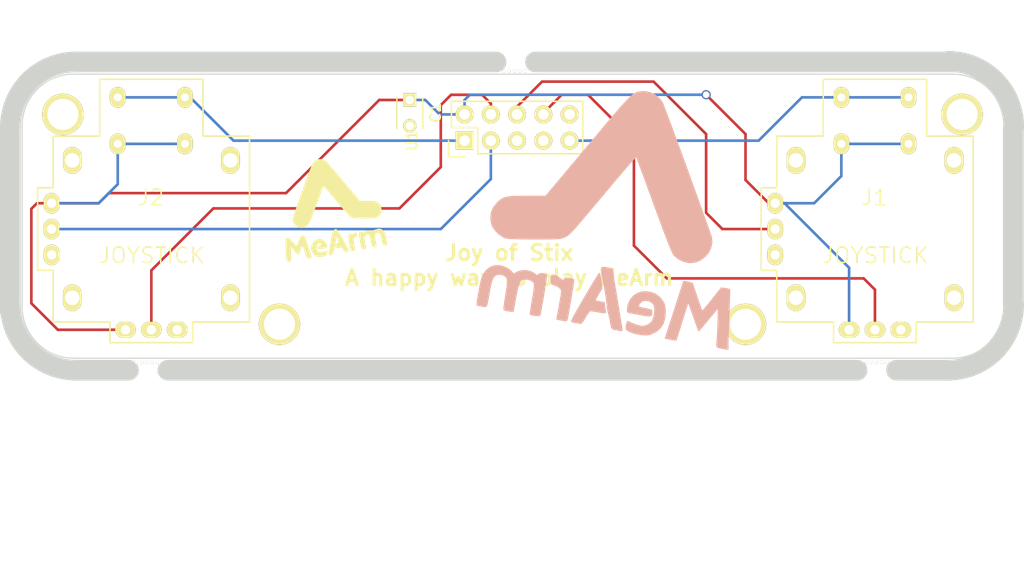
<source format=kicad_pcb>
(kicad_pcb (version 4) (host pcbnew "(2015-01-16 BZR 5376)-product")

  (general
    (links 22)
    (no_connects 5)
    (area 86.36 82.042 188.468001 135.200001)
    (thickness 1.6)
    (drawings 24)
    (tracks 75)
    (zones 0)
    (modules 25)
    (nets 11)
  )

  (page A4)
  (layers
    (0 F.Cu signal)
    (31 B.Cu signal)
    (32 B.Adhes user)
    (33 F.Adhes user)
    (34 B.Paste user)
    (35 F.Paste user)
    (36 B.SilkS user)
    (37 F.SilkS user)
    (38 B.Mask user)
    (39 F.Mask user)
    (40 Dwgs.User user)
    (41 Cmts.User user)
    (42 Eco1.User user)
    (43 Eco2.User user)
    (44 Edge.Cuts user)
    (45 Margin user)
    (46 B.CrtYd user)
    (47 F.CrtYd user)
    (48 B.Fab user)
    (49 F.Fab user)
  )

  (setup
    (last_trace_width 2)
    (user_trace_width 2)
    (trace_clearance 0.254)
    (zone_clearance 0.508)
    (zone_45_only no)
    (trace_min 0.254)
    (segment_width 0.2)
    (edge_width 2)
    (via_size 0.889)
    (via_drill 0.635)
    (via_min_size 0.889)
    (via_min_drill 0.508)
    (uvia_size 0.508)
    (uvia_drill 0.127)
    (uvias_allowed no)
    (uvia_min_size 0.508)
    (uvia_min_drill 0.127)
    (pcb_text_width 0.3)
    (pcb_text_size 1.5 1.5)
    (mod_edge_width 0.15)
    (mod_text_size 1 1)
    (mod_text_width 0.15)
    (pad_size 1.524 2)
    (pad_drill 0.762)
    (pad_to_mask_clearance 0)
    (aux_axis_origin 0 0)
    (visible_elements 7FFFFFFF)
    (pcbplotparams
      (layerselection 0x010f0_80000001)
      (usegerberextensions true)
      (excludeedgelayer true)
      (linewidth 0.100000)
      (plotframeref false)
      (viasonmask false)
      (mode 1)
      (useauxorigin false)
      (hpglpennumber 1)
      (hpglpenspeed 20)
      (hpglpendiameter 15)
      (hpglpenoverlay 2)
      (psnegative false)
      (psa4output false)
      (plotreference true)
      (plotvalue true)
      (plotinvisibletext false)
      (padsonsilk false)
      (subtractmaskfromsilk true)
      (outputformat 1)
      (mirror false)
      (drillshape 0)
      (scaleselection 1)
      (outputdirectory ""))
  )

  (net 0 "")
  (net 1 VCC)
  (net 2 GND)
  (net 3 A2)
  (net 4 A3)
  (net 5 S2)
  (net 6 A0)
  (net 7 A1)
  (net 8 S1)
  (net 9 "Net-(U1-Pad5)")
  (net 10 "Net-(U1-Pad7)")

  (net_class Default "This is the default net class."
    (clearance 0.254)
    (trace_width 0.254)
    (via_dia 0.889)
    (via_drill 0.635)
    (uvia_dia 0.508)
    (uvia_drill 0.127)
    (add_net A0)
    (add_net A1)
    (add_net A2)
    (add_net A3)
    (add_net GND)
    (add_net "Net-(U1-Pad5)")
    (add_net "Net-(U1-Pad7)")
    (add_net S1)
    (add_net S2)
    (add_net VCC)
  )

  (module brains:TinyDrillHole (layer F.Cu) (tedit 5579B018) (tstamp 55893BCF)
    (at 169.164 112.903)
    (fp_text reference "" (at 0 0) (layer F.SilkS)
      (effects (font (size 1 1) (thickness 0.15)))
    )
    (fp_text value "" (at 0 0 90) (layer F.SilkS)
      (effects (font (size 1 1) (thickness 0.15)))
    )
    (pad 2 thru_hole circle (at 0 0) (size 0.3 0.3) (drill 0.3) (layers *.Cu *.Mask F.SilkS))
  )

  (module brains:TinyDrillHole (layer F.Cu) (tedit 5579B018) (tstamp 55893BCB)
    (at 169.672 112.903)
    (fp_text reference "" (at 0 0) (layer F.SilkS)
      (effects (font (size 1 1) (thickness 0.15)))
    )
    (fp_text value "" (at 0 0 90) (layer F.SilkS)
      (effects (font (size 1 1) (thickness 0.15)))
    )
    (pad 2 thru_hole circle (at 0 0) (size 0.3 0.3) (drill 0.3) (layers *.Cu *.Mask F.SilkS))
  )

  (module brains:TinyDrillHole (layer F.Cu) (tedit 5579B018) (tstamp 55893BC7)
    (at 170.688 112.903)
    (fp_text reference "" (at 0 0) (layer F.SilkS)
      (effects (font (size 1 1) (thickness 0.15)))
    )
    (fp_text value "" (at 0 0 90) (layer F.SilkS)
      (effects (font (size 1 1) (thickness 0.15)))
    )
    (pad 2 thru_hole circle (at 0 0) (size 0.3 0.3) (drill 0.3) (layers *.Cu *.Mask F.SilkS))
  )

  (module brains:TinyDrillHole (layer F.Cu) (tedit 5579B018) (tstamp 55893BC3)
    (at 170.18 112.903)
    (fp_text reference "" (at 0 0) (layer F.SilkS)
      (effects (font (size 1 1) (thickness 0.15)))
    )
    (fp_text value "" (at 0 0 90) (layer F.SilkS)
      (effects (font (size 1 1) (thickness 0.15)))
    )
    (pad 2 thru_hole circle (at 0 0) (size 0.3 0.3) (drill 0.3) (layers *.Cu *.Mask F.SilkS))
  )

  (module brains:TinyDrillHole (layer F.Cu) (tedit 5579B018) (tstamp 55893BBF)
    (at 171.196 112.903)
    (fp_text reference "" (at 0 0) (layer F.SilkS)
      (effects (font (size 1 1) (thickness 0.15)))
    )
    (fp_text value "" (at 0 0 90) (layer F.SilkS)
      (effects (font (size 1 1) (thickness 0.15)))
    )
    (pad 2 thru_hole circle (at 0 0) (size 0.3 0.3) (drill 0.3) (layers *.Cu *.Mask F.SilkS))
  )

  (module brains:TinyDrillHole (layer F.Cu) (tedit 5579B018) (tstamp 55893BBB)
    (at 134.112 84.709)
    (fp_text reference "" (at 0 0) (layer F.SilkS)
      (effects (font (size 1 1) (thickness 0.15)))
    )
    (fp_text value "" (at 0 0 90) (layer F.SilkS)
      (effects (font (size 1 1) (thickness 0.15)))
    )
    (pad 2 thru_hole circle (at 0 0) (size 0.3 0.3) (drill 0.3) (layers *.Cu *.Mask F.SilkS))
  )

  (module brains:TinyDrillHole (layer F.Cu) (tedit 5579B018) (tstamp 55893BB7)
    (at 134.62 84.709)
    (fp_text reference "" (at 0 0) (layer F.SilkS)
      (effects (font (size 1 1) (thickness 0.15)))
    )
    (fp_text value "" (at 0 0 90) (layer F.SilkS)
      (effects (font (size 1 1) (thickness 0.15)))
    )
    (pad 2 thru_hole circle (at 0 0) (size 0.3 0.3) (drill 0.3) (layers *.Cu *.Mask F.SilkS))
  )

  (module brains:TinyDrillHole (layer F.Cu) (tedit 5579B018) (tstamp 55893BB3)
    (at 135.636 84.709)
    (fp_text reference "" (at 0 0) (layer F.SilkS)
      (effects (font (size 1 1) (thickness 0.15)))
    )
    (fp_text value "" (at 0 0 90) (layer F.SilkS)
      (effects (font (size 1 1) (thickness 0.15)))
    )
    (pad 2 thru_hole circle (at 0 0) (size 0.3 0.3) (drill 0.3) (layers *.Cu *.Mask F.SilkS))
  )

  (module brains:TinyDrillHole (layer F.Cu) (tedit 5579B018) (tstamp 55893BAF)
    (at 135.128 84.709)
    (fp_text reference "" (at 0 0) (layer F.SilkS)
      (effects (font (size 1 1) (thickness 0.15)))
    )
    (fp_text value "" (at 0 0 90) (layer F.SilkS)
      (effects (font (size 1 1) (thickness 0.15)))
    )
    (pad 2 thru_hole circle (at 0 0) (size 0.3 0.3) (drill 0.3) (layers *.Cu *.Mask F.SilkS))
  )

  (module brains:TinyDrillHole (layer F.Cu) (tedit 5579B018) (tstamp 55893BAB)
    (at 136.144 84.709)
    (fp_text reference "" (at 0 0) (layer F.SilkS)
      (effects (font (size 1 1) (thickness 0.15)))
    )
    (fp_text value "" (at 0 0 90) (layer F.SilkS)
      (effects (font (size 1 1) (thickness 0.15)))
    )
    (pad 2 thru_hole circle (at 0 0) (size 0.3 0.3) (drill 0.3) (layers *.Cu *.Mask F.SilkS))
  )

  (module brains:TinyDrillHole (layer F.Cu) (tedit 5579B018) (tstamp 55893BA7)
    (at 100.584 112.903)
    (fp_text reference "" (at 0 0) (layer F.SilkS)
      (effects (font (size 1 1) (thickness 0.15)))
    )
    (fp_text value "" (at 0 0 90) (layer F.SilkS)
      (effects (font (size 1 1) (thickness 0.15)))
    )
    (pad 2 thru_hole circle (at 0 0) (size 0.3 0.3) (drill 0.3) (layers *.Cu *.Mask F.SilkS))
  )

  (module brains:TinyDrillHole (layer F.Cu) (tedit 5579B018) (tstamp 55893BA3)
    (at 99.568 112.903)
    (fp_text reference "" (at 0 0) (layer F.SilkS)
      (effects (font (size 1 1) (thickness 0.15)))
    )
    (fp_text value "" (at 0 0 90) (layer F.SilkS)
      (effects (font (size 1 1) (thickness 0.15)))
    )
    (pad 2 thru_hole circle (at 0 0) (size 0.3 0.3) (drill 0.3) (layers *.Cu *.Mask F.SilkS))
  )

  (module brains:TinyDrillHole (layer F.Cu) (tedit 5579B018) (tstamp 55893B9F)
    (at 100.076 112.903)
    (fp_text reference "" (at 0 0) (layer F.SilkS)
      (effects (font (size 1 1) (thickness 0.15)))
    )
    (fp_text value "" (at 0 0 90) (layer F.SilkS)
      (effects (font (size 1 1) (thickness 0.15)))
    )
    (pad 2 thru_hole circle (at 0 0) (size 0.3 0.3) (drill 0.3) (layers *.Cu *.Mask F.SilkS))
  )

  (module brains:TinyDrillHole (layer F.Cu) (tedit 5579B018) (tstamp 55893B9B)
    (at 99.06 112.903)
    (fp_text reference "" (at 0 0) (layer F.SilkS)
      (effects (font (size 1 1) (thickness 0.15)))
    )
    (fp_text value "" (at 0 0 90) (layer F.SilkS)
      (effects (font (size 1 1) (thickness 0.15)))
    )
    (pad 2 thru_hole circle (at 0 0) (size 0.3 0.3) (drill 0.3) (layers *.Cu *.Mask F.SilkS))
  )

  (module Brains:JOYSTICKS (layer F.Cu) (tedit 5584321E) (tstamp 55140B3E)
    (at 170 100)
    (path /5513FB2B)
    (fp_text reference J1 (at -0.05 -3.05) (layer F.SilkS)
      (effects (font (size 1.5 1.5) (thickness 0.15)))
    )
    (fp_text value JOYSTICK (at 0.05 2.55) (layer F.SilkS)
      (effects (font (size 1.5 1.5) (thickness 0.15)))
    )
    (fp_line (start -11 4) (end -9.5 4) (layer F.SilkS) (width 0.15))
    (fp_line (start -9.5 4) (end -9.5 8.5) (layer F.SilkS) (width 0.15))
    (fp_line (start -9.5 8.5) (end -9.5 9) (layer F.SilkS) (width 0.15))
    (fp_line (start -9.5 9) (end -4 9) (layer F.SilkS) (width 0.15))
    (fp_line (start -4 9) (end -4 11) (layer F.SilkS) (width 0.15))
    (fp_line (start -4 11) (end 4 11) (layer F.SilkS) (width 0.15))
    (fp_line (start 4 11) (end 4 9) (layer F.SilkS) (width 0.15))
    (fp_line (start 4 9) (end 9.5 9) (layer F.SilkS) (width 0.15))
    (fp_line (start 9.5 9) (end 9.5 -8.5) (layer F.SilkS) (width 0.15))
    (fp_line (start 9.5 -8.5) (end 9.5 -9) (layer F.SilkS) (width 0.15))
    (fp_line (start 9.5 -9) (end 5 -9) (layer F.SilkS) (width 0.15))
    (fp_line (start 5 -9) (end 5 -14.5) (layer F.SilkS) (width 0.15))
    (fp_line (start 5 -14.5) (end -5 -14.5) (layer F.SilkS) (width 0.15))
    (fp_line (start -5 -14.5) (end -5 -9) (layer F.SilkS) (width 0.15))
    (fp_line (start -5 -9) (end -9.5 -9) (layer F.SilkS) (width 0.15))
    (fp_line (start -9.5 -9) (end -9.5 -4) (layer F.SilkS) (width 0.15))
    (fp_line (start -9.5 -4) (end -11 -4) (layer F.SilkS) (width 0.15))
    (fp_line (start -11 -4) (end -11 4) (layer F.SilkS) (width 0.15))
    (pad "" thru_hole oval (at -7.65 -6.65) (size 1.8 2.6) (drill 1.4) (layers *.Cu *.Mask F.SilkS))
    (pad "" thru_hole oval (at 7.65 -6.65) (size 1.8 2.6) (drill 1.4) (layers *.Cu *.Mask F.SilkS))
    (pad "" thru_hole oval (at 7.65 6.65) (size 1.8 2.6) (drill 1.4) (layers *.Cu *.Mask F.SilkS))
    (pad "" thru_hole oval (at -7.65 6.65) (size 1.8 2.6) (drill 1.4) (layers *.Cu *.Mask F.SilkS))
    (pad 4 thru_hole oval (at -9.65 0) (size 1.524 2) (drill 0.9) (layers *.Cu *.Mask F.SilkS)
      (net 3 A2))
    (pad 3 thru_hole oval (at -9.65 -2.5) (size 1.524 2) (drill 0.9) (layers *.Cu *.Mask F.SilkS)
      (net 1 VCC))
    (pad 5 thru_hole oval (at -9.65 2.5) (size 1.524 2) (drill 0.9) (layers *.Cu *.Mask F.SilkS)
      (net 2 GND))
    (pad 7 thru_hole oval (at 0 9.75) (size 2 1.54) (drill 0.9) (layers *.Cu *.Mask F.SilkS)
      (net 4 A3))
    (pad 6 thru_hole oval (at -2.5 9.75) (size 2 1.54) (drill 0.9) (layers *.Cu *.Mask F.SilkS)
      (net 1 VCC))
    (pad 8 thru_hole oval (at 2.5 9.75) (size 2 1.54) (drill 0.9) (layers *.Cu *.Mask F.SilkS)
      (net 2 GND))
    (pad 2 thru_hole oval (at -3.25 -8.25) (size 1.524 2) (drill 0.762) (layers *.Cu *.Mask F.SilkS)
      (net 1 VCC))
    (pad 2 thru_hole oval (at 3.25 -8.25) (size 1.524 2) (drill 0.762) (layers *.Cu *.Mask F.SilkS)
      (net 1 VCC))
    (pad 1 thru_hole oval (at 3.25 -12.75) (size 1.524 2) (drill 0.762) (layers *.Cu *.Mask F.SilkS)
      (net 5 S2))
    (pad 1 thru_hole oval (at -3.25 -12.75) (size 1.524 2) (drill 0.762) (layers *.Cu *.Mask F.SilkS)
      (net 5 S2))
  )

  (module Brains:JOYSTICKS (layer F.Cu) (tedit 558431DE) (tstamp 55140B50)
    (at 100 100)
    (path /5513FA9E)
    (fp_text reference J2 (at -0.05 -3.05) (layer F.SilkS)
      (effects (font (size 1.5 1.5) (thickness 0.15)))
    )
    (fp_text value JOYSTICK (at 0.05 2.55) (layer F.SilkS)
      (effects (font (size 1.5 1.5) (thickness 0.15)))
    )
    (fp_line (start -11 4) (end -9.5 4) (layer F.SilkS) (width 0.15))
    (fp_line (start -9.5 4) (end -9.5 8.5) (layer F.SilkS) (width 0.15))
    (fp_line (start -9.5 8.5) (end -9.5 9) (layer F.SilkS) (width 0.15))
    (fp_line (start -9.5 9) (end -4 9) (layer F.SilkS) (width 0.15))
    (fp_line (start -4 9) (end -4 11) (layer F.SilkS) (width 0.15))
    (fp_line (start -4 11) (end 4 11) (layer F.SilkS) (width 0.15))
    (fp_line (start 4 11) (end 4 9) (layer F.SilkS) (width 0.15))
    (fp_line (start 4 9) (end 9.5 9) (layer F.SilkS) (width 0.15))
    (fp_line (start 9.5 9) (end 9.5 -8.5) (layer F.SilkS) (width 0.15))
    (fp_line (start 9.5 -8.5) (end 9.5 -9) (layer F.SilkS) (width 0.15))
    (fp_line (start 9.5 -9) (end 5 -9) (layer F.SilkS) (width 0.15))
    (fp_line (start 5 -9) (end 5 -14.5) (layer F.SilkS) (width 0.15))
    (fp_line (start 5 -14.5) (end -5 -14.5) (layer F.SilkS) (width 0.15))
    (fp_line (start -5 -14.5) (end -5 -9) (layer F.SilkS) (width 0.15))
    (fp_line (start -5 -9) (end -9.5 -9) (layer F.SilkS) (width 0.15))
    (fp_line (start -9.5 -9) (end -9.5 -4) (layer F.SilkS) (width 0.15))
    (fp_line (start -9.5 -4) (end -11 -4) (layer F.SilkS) (width 0.15))
    (fp_line (start -11 -4) (end -11 4) (layer F.SilkS) (width 0.15))
    (pad "" thru_hole oval (at -7.65 -6.65) (size 1.8 2.6) (drill 1.4) (layers *.Cu *.Mask F.SilkS))
    (pad "" thru_hole oval (at 7.65 -6.65) (size 1.8 2.6) (drill 1.4) (layers *.Cu *.Mask F.SilkS))
    (pad "" thru_hole oval (at 7.65 6.65) (size 1.8 2.6) (drill 1.4) (layers *.Cu *.Mask F.SilkS))
    (pad "" thru_hole oval (at -7.65 6.65) (size 1.8 2.6) (drill 1.4) (layers *.Cu *.Mask F.SilkS))
    (pad 4 thru_hole oval (at -9.65 0) (size 1.524 2) (drill 0.9) (layers *.Cu *.Mask F.SilkS)
      (net 6 A0))
    (pad 3 thru_hole oval (at -9.65 -2.5) (size 1.524 2) (drill 0.9) (layers *.Cu *.Mask F.SilkS)
      (net 1 VCC))
    (pad 5 thru_hole oval (at -9.65 2.5) (size 1.524 2) (drill 0.9) (layers *.Cu *.Mask F.SilkS)
      (net 2 GND))
    (pad 7 thru_hole oval (at 0 9.75) (size 2 1.54) (drill 0.9) (layers *.Cu *.Mask F.SilkS)
      (net 7 A1))
    (pad 6 thru_hole oval (at -2.5 9.75) (size 2 1.54) (drill 0.9) (layers *.Cu *.Mask F.SilkS)
      (net 1 VCC))
    (pad 8 thru_hole oval (at 2.5 9.75) (size 2 1.54) (drill 0.9) (layers *.Cu *.Mask F.SilkS)
      (net 2 GND))
    (pad 2 thru_hole oval (at -3.25 -8.25) (size 1.524 2) (drill 0.762) (layers *.Cu *.Mask F.SilkS)
      (net 1 VCC))
    (pad 2 thru_hole oval (at 3.25 -8.25) (size 1.524 2) (drill 0.762) (layers *.Cu *.Mask F.SilkS)
      (net 1 VCC))
    (pad 1 thru_hole oval (at 3.25 -12.75) (size 1.524 2) (drill 0.762) (layers *.Cu *.Mask F.SilkS)
      (net 8 S1))
    (pad 1 thru_hole oval (at -3.25 -12.75) (size 1.524 2) (drill 0.762) (layers *.Cu *.Mask F.SilkS)
      (net 8 S1))
  )

  (module Mounting_Hole (layer F.Cu) (tedit 55141652) (tstamp 55141662)
    (at 91.44 88.9)
    (fp_text reference "" (at 0 -5) (layer F.SilkS)
      (effects (font (size 1 1) (thickness 0.15)))
    )
    (fp_text value "" (at 0 5) (layer F.SilkS)
      (effects (font (size 1 1) (thickness 0.15)))
    )
    (pad "" thru_hole circle (at 0 0) (size 4 4) (drill 3) (layers *.Cu *.Mask F.SilkS))
  )

  (module Mounting_Hole (layer F.Cu) (tedit 55141652) (tstamp 5514165E)
    (at 157.48 109.22)
    (fp_text reference "" (at 0 -5) (layer F.SilkS)
      (effects (font (size 1 1) (thickness 0.15)))
    )
    (fp_text value "" (at 0 5) (layer F.SilkS)
      (effects (font (size 1 1) (thickness 0.15)))
    )
    (pad "" thru_hole circle (at 0 0) (size 4 4) (drill 3) (layers *.Cu *.Mask F.SilkS))
  )

  (module Mounting_Hole (layer F.Cu) (tedit 55141652) (tstamp 5514165A)
    (at 178.435 88.9)
    (fp_text reference "" (at 0 -5) (layer F.SilkS)
      (effects (font (size 1 1) (thickness 0.15)))
    )
    (fp_text value "" (at 0 5) (layer F.SilkS)
      (effects (font (size 1 1) (thickness 0.15)))
    )
    (pad "" thru_hole circle (at 0 0) (size 4 4) (drill 3) (layers *.Cu *.Mask F.SilkS))
  )

  (module Mounting_Hole (layer F.Cu) (tedit 55141652) (tstamp 55141600)
    (at 112.395 109.22)
    (fp_text reference "" (at 0 -5) (layer F.SilkS)
      (effects (font (size 1 1) (thickness 0.15)))
    )
    (fp_text value "" (at 0 5) (layer F.SilkS)
      (effects (font (size 1 1) (thickness 0.15)))
    )
    (pad "" thru_hole circle (at 0 0) (size 4 4) (drill 3) (layers *.Cu *.Mask F.SilkS))
  )

  (module Capacitors_ThroughHole:C_Disc_D3_P2.5 (layer F.Cu) (tedit 55140B16) (tstamp 55140B2C)
    (at 125 87.5 270)
    (descr "Capacitor 3mm Disc, Pitch 2.5mm")
    (tags Capacitor)
    (path /5513FB6A)
    (fp_text reference C1 (at 1.25 -2.5 270) (layer F.SilkS)
      (effects (font (size 1 1) (thickness 0.15)))
    )
    (fp_text value C (at 1.25 2.5 270) (layer F.Fab)
      (effects (font (size 1 1) (thickness 0.15)))
    )
    (fp_line (start -0.9 -1.5) (end 3.4 -1.5) (layer F.CrtYd) (width 0.05))
    (fp_line (start 3.4 -1.5) (end 3.4 1.5) (layer F.CrtYd) (width 0.05))
    (fp_line (start 3.4 1.5) (end -0.9 1.5) (layer F.CrtYd) (width 0.05))
    (fp_line (start -0.9 1.5) (end -0.9 -1.5) (layer F.CrtYd) (width 0.05))
    (fp_line (start -0.25 -1.25) (end 2.75 -1.25) (layer F.SilkS) (width 0.15))
    (fp_line (start 2.75 1.25) (end -0.25 1.25) (layer F.SilkS) (width 0.15))
    (pad 1 thru_hole rect (at 0 0 270) (size 1.3 1.3) (drill 0.8) (layers *.Cu *.Mask F.SilkS)
      (net 1 VCC))
    (pad 2 thru_hole circle (at 2.5 0 270) (size 1.3 1.3) (drill 0.8001) (layers *.Cu *.Mask F.SilkS)
      (net 2 GND))
    (model Capacitors_ThroughHole.3dshapes/C_Disc_D3_P2.5.wrl
      (at (xyz 0.0492126 0 0))
      (scale (xyz 1 1 1))
      (rotate (xyz 0 0 0))
    )
  )

  (module Pin_Headers:Pin_Header_Straight_2x05 (layer F.Cu) (tedit 55140B43) (tstamp 55140B86)
    (at 130.302 91.44 90)
    (descr "Through hole pin header")
    (tags "pin header")
    (path /5513F1F6)
    (fp_text reference U1 (at 0 -5.1 90) (layer F.SilkS)
      (effects (font (size 1 1) (thickness 0.15)))
    )
    (fp_text value JoyConnectISP (at 0 -3.1 90) (layer F.Fab)
      (effects (font (size 1 1) (thickness 0.15)))
    )
    (fp_line (start -1.75 -1.75) (end -1.75 11.95) (layer F.CrtYd) (width 0.05))
    (fp_line (start 4.3 -1.75) (end 4.3 11.95) (layer F.CrtYd) (width 0.05))
    (fp_line (start -1.75 -1.75) (end 4.3 -1.75) (layer F.CrtYd) (width 0.05))
    (fp_line (start -1.75 11.95) (end 4.3 11.95) (layer F.CrtYd) (width 0.05))
    (fp_line (start 3.81 -1.27) (end 3.81 11.43) (layer F.SilkS) (width 0.15))
    (fp_line (start 3.81 11.43) (end -1.27 11.43) (layer F.SilkS) (width 0.15))
    (fp_line (start -1.27 11.43) (end -1.27 1.27) (layer F.SilkS) (width 0.15))
    (fp_line (start 3.81 -1.27) (end 1.27 -1.27) (layer F.SilkS) (width 0.15))
    (fp_line (start 0 -1.55) (end -1.55 -1.55) (layer F.SilkS) (width 0.15))
    (fp_line (start 1.27 -1.27) (end 1.27 1.27) (layer F.SilkS) (width 0.15))
    (fp_line (start 1.27 1.27) (end -1.27 1.27) (layer F.SilkS) (width 0.15))
    (fp_line (start -1.55 -1.55) (end -1.55 0) (layer F.SilkS) (width 0.15))
    (pad 1 thru_hole rect (at 0 0 90) (size 1.7272 1.7272) (drill 1.016) (layers *.Cu *.Mask F.SilkS)
      (net 8 S1))
    (pad 2 thru_hole oval (at 2.54 0 90) (size 1.7272 1.7272) (drill 1.016) (layers *.Cu *.Mask F.SilkS)
      (net 1 VCC))
    (pad 3 thru_hole oval (at 0 2.54 90) (size 1.7272 1.7272) (drill 1.016) (layers *.Cu *.Mask F.SilkS)
      (net 6 A0))
    (pad 4 thru_hole oval (at 2.54 2.54 90) (size 1.7272 1.7272) (drill 1.016) (layers *.Cu *.Mask F.SilkS)
      (net 7 A1))
    (pad 5 thru_hole oval (at 0 5.08 90) (size 1.7272 1.7272) (drill 1.016) (layers *.Cu *.Mask F.SilkS)
      (net 9 "Net-(U1-Pad5)"))
    (pad 6 thru_hole oval (at 2.54 5.08 90) (size 1.7272 1.7272) (drill 1.016) (layers *.Cu *.Mask F.SilkS)
      (net 3 A2))
    (pad 7 thru_hole oval (at 0 7.62 90) (size 1.7272 1.7272) (drill 1.016) (layers *.Cu *.Mask F.SilkS)
      (net 10 "Net-(U1-Pad7)"))
    (pad 8 thru_hole oval (at 2.54 7.62 90) (size 1.7272 1.7272) (drill 1.016) (layers *.Cu *.Mask F.SilkS)
      (net 4 A3))
    (pad 9 thru_hole oval (at 0 10.16 90) (size 1.7272 1.7272) (drill 1.016) (layers *.Cu *.Mask F.SilkS)
      (net 5 S2))
    (pad 10 thru_hole oval (at 2.54 10.16 90) (size 1.7272 1.7272) (drill 1.016) (layers *.Cu *.Mask F.SilkS)
      (net 2 GND))
    (model Pin_Headers.3dshapes/Pin_Header_Straight_2x05.wrl
      (at (xyz 0.05 -0.2 0))
      (scale (xyz 1 1 1))
      (rotate (xyz 0 0 90))
    )
  )

  (module brains:TinyDrillHole (layer F.Cu) (tedit 5579B018) (tstamp 55893B48)
    (at 98.552 112.903)
    (fp_text reference "" (at 0 0) (layer F.SilkS)
      (effects (font (size 1 1) (thickness 0.15)))
    )
    (fp_text value "" (at 0 0 90) (layer F.SilkS)
      (effects (font (size 1 1) (thickness 0.15)))
    )
    (pad 2 thru_hole circle (at 0 0) (size 0.3 0.3) (drill 0.3) (layers *.Cu *.Mask F.SilkS))
  )

  (module brains:MeArmLogo25mm (layer B.Cu) (tedit 55796BDC) (tstamp 55893D7F)
    (at 143.764 99.187 180)
    (fp_text reference G*** (at 0 0 180) (layer B.SilkS) hide
      (effects (font (thickness 0.3)) (justify mirror))
    )
    (fp_text value LOGO (at 0.75 0 180) (layer B.SilkS) hide
      (effects (font (thickness 0.3)) (justify mirror))
    )
    (fp_poly (pts (xy -5.957532 -11.387667) (xy -6.471266 -11.485801) (xy -6.741349 -11.535023) (xy -6.932376 -11.56534)
      (xy -6.99835 -11.570468) (xy -7.026289 -11.489431) (xy -7.097235 -11.269743) (xy -7.203881 -10.934439)
      (xy -7.338917 -10.506554) (xy -7.495034 -10.00912) (xy -7.58023 -9.736667) (xy -7.744714 -9.211848)
      (xy -7.892397 -8.744121) (xy -8.015856 -8.356709) (xy -8.107669 -8.072836) (xy -8.160412 -7.915725)
      (xy -8.169845 -7.891925) (xy -8.202954 -7.959552) (xy -8.281817 -8.162284) (xy -8.397176 -8.475076)
      (xy -8.539772 -8.872885) (xy -8.678473 -9.267758) (xy -8.83781 -9.721181) (xy -8.978428 -10.113388)
      (xy -9.090907 -10.418747) (xy -9.165828 -10.611628) (xy -9.19303 -10.668) (xy -9.252897 -10.605972)
      (xy -9.401676 -10.434184) (xy -9.62123 -10.174076) (xy -9.893419 -9.847091) (xy -10.124092 -9.567334)
      (xy -10.425219 -9.203631) (xy -10.688946 -8.89062) (xy -10.896794 -8.649791) (xy -11.030282 -8.502635)
      (xy -11.070567 -8.466667) (xy -11.081251 -8.54617) (xy -11.083699 -8.76454) (xy -11.078996 -9.091565)
      (xy -11.068228 -9.497036) (xy -11.052479 -9.950743) (xy -11.032835 -10.422474) (xy -11.010382 -10.882021)
      (xy -10.986204 -11.299172) (xy -10.961388 -11.643717) (xy -10.953011 -11.738811) (xy -10.928408 -11.984969)
      (xy -10.929682 -12.144067) (xy -10.98545 -12.241649) (xy -11.124328 -12.303258) (xy -11.374932 -12.354437)
      (xy -11.705166 -12.410194) (xy -12.022666 -12.464845) (xy -12.022216 -11.926256) (xy -12.025519 -11.697605)
      (xy -12.035059 -11.328299) (xy -12.049908 -10.846864) (xy -12.069139 -10.281826) (xy -12.091823 -9.661712)
      (xy -12.116293 -9.033465) (xy -12.139814 -8.420461) (xy -12.159034 -7.865011) (xy -12.173368 -7.388908)
      (xy -12.182229 -7.013944) (xy -12.185033 -6.761914) (xy -12.181193 -6.65461) (xy -12.180243 -6.652481)
      (xy -12.085651 -6.625564) (xy -11.880561 -6.587795) (xy -11.755701 -6.568557) (xy -11.361736 -6.511418)
      (xy -10.454609 -7.662561) (xy -10.15766 -8.035059) (xy -9.897436 -8.353273) (xy -9.691425 -8.596484)
      (xy -9.557116 -8.743969) (xy -9.512544 -8.778766) (xy -9.475451 -8.690733) (xy -9.394871 -8.469125)
      (xy -9.280352 -8.141182) (xy -9.141443 -7.734142) (xy -9.028801 -7.398747) (xy -8.579998 -6.053667)
      (xy -8.168064 -5.950324) (xy -7.929974 -5.894662) (xy -7.773733 -5.865865) (xy -7.740681 -5.865657)
      (xy -7.712094 -5.947721) (xy -7.637887 -6.172396) (xy -7.524112 -6.521037) (xy -7.376822 -6.974998)
      (xy -7.20207 -7.515634) (xy -7.005907 -8.124299) (xy -6.841381 -8.636) (xy -5.957532 -11.387667)
      (xy -5.957532 -11.387667)) (layer B.SilkS) (width 0.1))
    (fp_poly (pts (xy -2.16521 -10.367798) (xy -2.186054 -10.516404) (xy -2.198995 -10.538183) (xy -2.412445 -10.697785)
      (xy -2.748012 -10.840589) (xy -3.158619 -10.956735) (xy -3.597193 -11.036362) (xy -4.016658 -11.06961)
      (xy -4.369939 -11.046619) (xy -4.487881 -11.017615) (xy -5.043849 -10.761964) (xy -5.466563 -10.403848)
      (xy -5.758111 -9.940247) (xy -5.92058 -9.368142) (xy -5.958774 -8.89) (xy -5.949827 -8.499578)
      (xy -5.904503 -8.212719) (xy -5.811182 -7.965473) (xy -5.779522 -7.903356) (xy -5.447418 -7.447706)
      (xy -5.012262 -7.116318) (xy -4.497928 -6.921372) (xy -3.928292 -6.875045) (xy -3.787395 -6.887228)
      (xy -3.278882 -7.025646) (xy -2.859343 -7.299738) (xy -2.544848 -7.692342) (xy -2.351463 -8.186298)
      (xy -2.304748 -8.470675) (xy -2.286598 -8.715833) (xy -2.311672 -8.842192) (xy -2.406682 -8.89948)
      (xy -2.550947 -8.928987) (xy -2.756467 -8.965553) (xy -3.076944 -9.022802) (xy -3.460671 -9.091491)
      (xy -3.699736 -9.134347) (xy -4.110051 -9.204807) (xy -4.382297 -9.235089) (xy -4.544777 -9.216557)
      (xy -4.625791 -9.140574) (xy -4.653642 -8.998505) (xy -4.656666 -8.842355) (xy -4.653608 -8.747539)
      (xy -4.624618 -8.681027) (xy -4.539978 -8.629828) (xy -4.36997 -8.580947) (xy -4.084873 -8.521392)
      (xy -3.793428 -8.464951) (xy -3.499904 -8.391064) (xy -3.36598 -8.297311) (xy -3.382037 -8.157601)
      (xy -3.538456 -7.94584) (xy -3.583375 -7.895167) (xy -3.822792 -7.741394) (xy -4.114986 -7.709578)
      (xy -4.416289 -7.78249) (xy -4.683037 -7.9429) (xy -4.871562 -8.173578) (xy -4.938327 -8.42979)
      (xy -4.918771 -8.906242) (xy -4.846929 -9.329769) (xy -4.73222 -9.657501) (xy -4.636958 -9.801202)
      (xy -4.331468 -10.060481) (xy -3.997672 -10.199744) (xy -3.615445 -10.218599) (xy -3.164658 -10.116652)
      (xy -2.625184 -9.893511) (xy -2.354238 -9.756679) (xy -2.288749 -9.79805) (xy -2.227873 -9.951665)
      (xy -2.182922 -10.160566) (xy -2.16521 -10.367798) (xy -2.16521 -10.367798)) (layer B.SilkS) (width 0.1))
    (fp_poly (pts (xy 0.218379 -4.667589) (xy 0.210183 -4.83054) (xy 0.176421 -5.08361) (xy 0.114536 -5.447557)
      (xy 0.021972 -5.943133) (xy -0.05476 -6.340048) (xy -0.140286 -6.811495) (xy -0.216292 -7.289655)
      (xy -0.273773 -7.714297) (xy -0.301547 -7.991048) (xy -0.341218 -8.362831) (xy -0.401989 -8.728387)
      (xy -0.461332 -8.974667) (xy -0.548316 -9.296453) (xy -0.61863 -9.622183) (xy -0.630855 -9.694334)
      (xy -0.689528 -10.059929) (xy -0.740797 -10.292162) (xy -0.802942 -10.425047) (xy -0.894238 -10.492596)
      (xy -1.032964 -10.528824) (xy -1.084358 -10.538269) (xy -1.349139 -10.589263) (xy -1.573107 -10.637218)
      (xy -1.5875 -10.640626) (xy -1.734848 -10.649454) (xy -1.780488 -10.613679) (xy -1.767643 -10.515975)
      (xy -1.730007 -10.270724) (xy -1.67072 -9.897392) (xy -1.592922 -9.415447) (xy -1.499752 -8.844355)
      (xy -1.394352 -8.203582) (xy -1.294489 -7.600615) (xy -0.806003 -4.66023) (xy -0.361886 -4.568032)
      (xy -0.096963 -4.525435) (xy 0.102653 -4.5158) (xy 0.168299 -4.529027) (xy 0.203566 -4.574003)
      (xy 0.218379 -4.667589) (xy 0.218379 -4.667589)) (layer B.SilkS) (width 0.1))
    (fp_poly (pts (xy 3.132667 -9.754981) (xy 3.057701 -9.797992) (xy 2.869045 -9.845567) (xy 2.772834 -9.86241)
      (xy 2.513734 -9.906678) (xy 2.310046 -9.948258) (xy 2.27256 -9.957772) (xy 2.174195 -9.933599)
      (xy 2.048083 -9.798591) (xy 1.879101 -9.534368) (xy 1.779796 -9.35892) (xy 1.573115 -9.015225)
      (xy 1.404263 -8.797229) (xy 1.28551 -8.720767) (xy 1.285236 -8.720767) (xy 1.1361 -8.736096)
      (xy 0.874106 -8.776455) (xy 0.55242 -8.833555) (xy 0.509052 -8.841763) (xy 0.20248 -8.895014)
      (xy -0.033049 -8.926131) (xy -0.154285 -8.929634) (xy -0.160872 -8.926684) (xy -0.168009 -8.830478)
      (xy -0.149431 -8.618467) (xy -0.11959 -8.40489) (xy -0.042333 -7.919072) (xy 0.379144 -7.849003)
      (xy 0.626166 -7.803306) (xy 0.792845 -7.763768) (xy 0.831204 -7.748351) (xy 0.805853 -7.666608)
      (xy 0.711516 -7.476132) (xy 0.566584 -7.213237) (xy 0.515213 -7.124349) (xy 0.168637 -6.530931)
      (xy 0.264553 -5.868965) (xy 0.316844 -5.541773) (xy 0.368493 -5.27454) (xy 0.409826 -5.116231)
      (xy 0.416132 -5.101705) (xy 0.465727 -5.152918) (xy 0.586209 -5.330843) (xy 0.765406 -5.614629)
      (xy 0.991145 -5.983423) (xy 1.251253 -6.416376) (xy 1.533558 -6.892636) (xy 1.825887 -7.391352)
      (xy 2.116068 -7.891672) (xy 2.391926 -8.372746) (xy 2.641291 -8.813722) (xy 2.851989 -9.193749)
      (xy 3.011848 -9.491976) (xy 3.108694 -9.687553) (xy 3.132667 -9.754981) (xy 3.132667 -9.754981)) (layer B.SilkS) (width 0.1))
    (fp_poly (pts (xy 5.08 -5.711164) (xy 5.075341 -5.976896) (xy 5.04361 -6.12018) (xy 4.95818 -6.187901)
      (xy 4.792421 -6.226944) (xy 4.78642 -6.22807) (xy 4.51371 -6.326739) (xy 4.272119 -6.493717)
      (xy 4.109492 -6.688719) (xy 4.068189 -6.832791) (xy 4.084299 -6.966251) (xy 4.125919 -7.233193)
      (xy 4.187588 -7.600623) (xy 4.263844 -8.035547) (xy 4.306351 -8.271401) (xy 4.540325 -9.557801)
      (xy 4.196329 -9.611086) (xy 3.941972 -9.654581) (xy 3.743869 -9.695418) (xy 3.713995 -9.703105)
      (xy 3.584542 -9.669292) (xy 3.530436 -9.548753) (xy 3.483856 -9.326503) (xy 3.420988 -8.993577)
      (xy 3.346543 -8.578451) (xy 3.265229 -8.109597) (xy 3.181756 -7.615492) (xy 3.100832 -7.124608)
      (xy 3.027167 -6.66542) (xy 2.96547 -6.266403) (xy 2.92045 -5.956031) (xy 2.896816 -5.762777)
      (xy 2.895886 -5.711893) (xy 3.004511 -5.667981) (xy 3.209478 -5.621389) (xy 3.446776 -5.582478)
      (xy 3.652394 -5.561611) (xy 3.762321 -5.569147) (xy 3.764987 -5.571209) (xy 3.802766 -5.684093)
      (xy 3.81 -5.780215) (xy 3.825501 -5.864715) (xy 3.892007 -5.855355) (xy 4.039522 -5.741883)
      (xy 4.115739 -5.675766) (xy 4.478666 -5.409958) (xy 4.811227 -5.268366) (xy 4.958512 -5.249334)
      (xy 5.033049 -5.297236) (xy 5.070959 -5.459992) (xy 5.08 -5.711164) (xy 5.08 -5.711164)) (layer B.SilkS) (width 0.1))
    (fp_poly (pts (xy 12.26992 -8.148294) (xy 12.266091 -8.166385) (xy 12.171735 -8.19783) (xy 11.963698 -8.244827)
      (xy 11.791759 -8.277957) (xy 11.614431 -8.31306) (xy 11.486092 -8.328833) (xy 11.394179 -8.303003)
      (xy 11.326127 -8.213297) (xy 11.269372 -8.037442) (xy 11.211349 -7.753167) (xy 11.139495 -7.338198)
      (xy 11.086268 -7.027334) (xy 10.982553 -6.462551) (xy 10.888361 -6.040352) (xy 10.794485 -5.735028)
      (xy 10.691719 -5.520869) (xy 10.57086 -5.372163) (xy 10.463779 -5.28876) (xy 10.186568 -5.192261)
      (xy 9.878792 -5.211182) (xy 9.591827 -5.326941) (xy 9.377048 -5.52096) (xy 9.293165 -5.712101)
      (xy 9.293427 -5.866771) (xy 9.320874 -6.153756) (xy 9.371255 -6.538984) (xy 9.440315 -6.988381)
      (xy 9.486324 -7.259707) (xy 9.581251 -7.835372) (xy 9.638103 -8.261679) (xy 9.656343 -8.533595)
      (xy 9.635435 -8.64609) (xy 9.634136 -8.646987) (xy 9.515523 -8.685337) (xy 9.307131 -8.72824)
      (xy 9.070962 -8.765944) (xy 8.869013 -8.788701) (xy 8.763287 -8.78676) (xy 8.760042 -8.784443)
      (xy 8.740083 -8.698061) (xy 8.696766 -8.474229) (xy 8.635563 -8.14236) (xy 8.561946 -7.731865)
      (xy 8.521809 -7.504131) (xy 8.404204 -6.88538) (xy 8.291672 -6.416532) (xy 8.176612 -6.078629)
      (xy 8.051423 -5.852716) (xy 7.908503 -5.719836) (xy 7.786415 -5.670144) (xy 7.46254 -5.656254)
      (xy 7.118477 -5.739) (xy 6.844444 -5.896606) (xy 6.84306 -5.897854) (xy 6.774102 -5.971906)
      (xy 6.728376 -6.064071) (xy 6.707074 -6.19704) (xy 6.711383 -6.393504) (xy 6.742496 -6.676157)
      (xy 6.8016 -7.06769) (xy 6.889887 -7.590794) (xy 6.949863 -7.934527) (xy 7.019322 -8.348273)
      (xy 7.072167 -8.698387) (xy 7.104055 -8.953151) (xy 7.110644 -9.080847) (xy 7.107918 -9.08912)
      (xy 7.00906 -9.119672) (xy 6.797043 -9.159306) (xy 6.628654 -9.184226) (xy 6.370268 -9.213199)
      (xy 6.232575 -9.201312) (xy 6.169201 -9.135322) (xy 6.143278 -9.045632) (xy 6.085395 -8.765077)
      (xy 6.014179 -8.385854) (xy 5.934364 -7.937102) (xy 5.850686 -7.447957) (xy 5.76788 -6.947557)
      (xy 5.690678 -6.465039) (xy 5.623817 -6.02954) (xy 5.572031 -5.670197) (xy 5.540055 -5.416147)
      (xy 5.532622 -5.296527) (xy 5.53348 -5.292895) (xy 5.635725 -5.21354) (xy 5.839288 -5.146874)
      (xy 5.898133 -5.135589) (xy 6.142302 -5.118285) (xy 6.286847 -5.177406) (xy 6.328216 -5.22332)
      (xy 6.4139 -5.31053) (xy 6.504768 -5.288765) (xy 6.62455 -5.185645) (xy 6.984518 -4.956027)
      (xy 7.42384 -4.8381) (xy 7.889975 -4.837359) (xy 8.330383 -4.959299) (xy 8.410648 -4.998835)
      (xy 8.733121 -5.171671) (xy 8.90423 -4.95414) (xy 9.177115 -4.709137) (xy 9.554537 -4.502788)
      (xy 9.971768 -4.368964) (xy 10.049954 -4.354571) (xy 10.534145 -4.35649) (xy 10.976843 -4.51092)
      (xy 11.35604 -4.802164) (xy 11.649729 -5.214525) (xy 11.804026 -5.605666) (xy 11.865396 -5.85116)
      (xy 11.93837 -6.186585) (xy 12.016697 -6.57731) (xy 12.094128 -6.988701) (xy 12.164416 -7.386127)
      (xy 12.221309 -7.734956) (xy 12.258561 -8.000556) (xy 12.26992 -8.148294) (xy 12.26992 -8.148294)) (layer B.SilkS) (width 0.1))
    (fp_poly (pts (xy 10.927479 0.209205) (xy 10.828708 -0.381) (xy 10.682731 -0.686019) (xy 10.427042 -1.014065)
      (xy 10.107106 -1.320385) (xy 9.768386 -1.560227) (xy 9.515177 -1.673944) (xy 9.319827 -1.709307)
      (xy 8.991751 -1.736951) (xy 8.522845 -1.757171) (xy 7.905007 -1.770261) (xy 7.130132 -1.776517)
      (xy 6.678844 -1.777173) (xy 5.963636 -1.776564) (xy 5.396487 -1.774281) (xy 4.956124 -1.768847)
      (xy 4.621271 -1.758783) (xy 4.370656 -1.742612) (xy 4.183003 -1.718856) (xy 4.037039 -1.686037)
      (xy 3.911491 -1.642677) (xy 3.785083 -1.587299) (xy 3.756845 -1.574194) (xy 3.665467 -1.531463)
      (xy 3.581037 -1.488015) (xy 3.495274 -1.43462) (xy 3.399898 -1.362046) (xy 3.28663 -1.261062)
      (xy 3.14719 -1.122437) (xy 2.973298 -0.936941) (xy 2.756675 -0.695342) (xy 2.489041 -0.38841)
      (xy 2.162116 -0.006914) (xy 1.767621 0.458378) (xy 1.297275 1.016696) (xy 0.742799 1.677272)
      (xy 0.095914 2.449336) (xy -0.635 3.322221) (xy -1.141025 3.92384) (xy -1.614372 4.481383)
      (xy -2.043967 4.982186) (xy -2.418737 5.413581) (xy -2.727609 5.762903) (xy -2.959509 6.017486)
      (xy -3.103365 6.164664) (xy -3.147756 6.196437) (xy -3.186475 6.108311) (xy -3.277539 5.875273)
      (xy -3.415629 5.511628) (xy -3.595428 5.031676) (xy -3.811619 4.449722) (xy -4.058885 3.780068)
      (xy -4.331909 3.037017) (xy -4.625373 2.23487) (xy -4.869062 1.566333) (xy -5.290027 0.415587)
      (xy -5.657748 -0.576795) (xy -5.973045 -1.412918) (xy -6.236739 -2.094888) (xy -6.449653 -2.624811)
      (xy -6.612607 -3.004793) (xy -6.726422 -3.236938) (xy -6.768082 -3.302) (xy -7.14385 -3.651777)
      (xy -7.619361 -3.909226) (xy -8.138259 -4.047647) (xy -8.376486 -4.064) (xy -8.79373 -4.026259)
      (xy -9.18437 -3.895681) (xy -9.318736 -3.831167) (xy -9.771812 -3.517968) (xy -10.125606 -3.104931)
      (xy -10.363032 -2.625699) (xy -10.467009 -2.113914) (xy -10.430002 -1.642733) (xy -10.387331 -1.503193)
      (xy -10.291525 -1.219871) (xy -10.148072 -0.807846) (xy -9.962461 -0.282199) (xy -9.740179 0.34199)
      (xy -9.486715 1.049642) (xy -9.207556 1.825677) (xy -8.908191 2.655015) (xy -8.594109 3.522577)
      (xy -8.270796 4.413281) (xy -7.943741 5.312049) (xy -7.618433 6.2038) (xy -7.300359 7.073456)
      (xy -6.995007 7.905935) (xy -6.707866 8.686157) (xy -6.444424 9.399045) (xy -6.210168 10.029516)
      (xy -6.010587 10.562492) (xy -5.851169 10.982892) (xy -5.737402 11.275637) (xy -5.674774 11.425647)
      (xy -5.671624 11.432043) (xy -5.379993 11.832567) (xy -4.973412 12.159311) (xy -4.496615 12.389289)
      (xy -3.994338 12.499517) (xy -3.61638 12.488014) (xy -3.459451 12.462583) (xy -3.316971 12.43341)
      (xy -3.180472 12.391856) (xy -3.041487 12.329283) (xy -2.891551 12.237051) (xy -2.722195 12.106522)
      (xy -2.524954 11.929057) (xy -2.29136 11.696018) (xy -2.012948 11.398766) (xy -1.681249 11.028662)
      (xy -1.287798 10.577068) (xy -0.824128 10.035345) (xy -0.281772 9.394853) (xy 0.347737 8.646955)
      (xy 1.072866 7.783012) (xy 1.535019 7.23199) (xy 5.612284 2.370667) (xy 7.389486 2.370666)
      (xy 8.077728 2.367937) (xy 8.62152 2.356104) (xy 9.045709 2.329706) (xy 9.375138 2.283278)
      (xy 9.634653 2.211356) (xy 9.849099 2.108478) (xy 10.043321 1.969179) (xy 10.242163 1.787996)
      (xy 10.300563 1.730494) (xy 10.669816 1.266525) (xy 10.877843 0.763209) (xy 10.927479 0.209205)
      (xy 10.927479 0.209205)) (layer B.SilkS) (width 0.1))
  )

  (module brains:MeArmLogo10mm (layer F.Cu) (tedit 55796C0A) (tstamp 5589410F)
    (at 117.856 98.171)
    (fp_text reference G*** (at 0 0) (layer F.SilkS) hide
      (effects (font (thickness 0.3)))
    )
    (fp_text value LOGO (at 0.75 0) (layer F.SilkS) hide
      (effects (font (thickness 0.3)))
    )
    (fp_poly (pts (xy -2.40565 4.5085) (xy -2.408977 4.620311) (xy -2.539553 4.656127) (xy -2.573042 4.656667)
      (xy -2.687407 4.640694) (xy -2.772455 4.57016) (xy -2.849994 4.41114) (xy -2.941832 4.129711)
      (xy -2.967643 4.042833) (xy -3.063413 3.737471) (xy -3.149872 3.496137) (xy -3.210274 3.365038)
      (xy -3.215899 3.357896) (xy -3.275343 3.391073) (xy -3.359838 3.550167) (xy -3.430077 3.738896)
      (xy -3.520568 3.998891) (xy -3.598418 4.190305) (xy -3.633877 4.254236) (xy -3.709289 4.225198)
      (xy -3.85156 4.087973) (xy -4.025636 3.877654) (xy -4.20497 3.648128) (xy -4.309107 3.540421)
      (xy -4.36204 3.539109) (xy -4.387761 3.62877) (xy -4.38995 3.643463) (xy -4.400579 3.833606)
      (xy -4.39897 4.12584) (xy -4.387182 4.422212) (xy -4.373778 4.725713) (xy -4.383138 4.897555)
      (xy -4.424913 4.974905) (xy -4.508754 4.994928) (xy -4.536004 4.995333) (xy -4.638503 4.975761)
      (xy -4.702103 4.891684) (xy -4.744027 4.705059) (xy -4.771605 4.474913) (xy -4.800323 4.105683)
      (xy -4.820035 3.671573) (xy -4.826 3.331913) (xy -4.821577 3.010457) (xy -4.802161 2.82306)
      (xy -4.758537 2.734549) (xy -4.681485 2.709746) (xy -4.662852 2.709333) (xy -4.518033 2.776386)
      (xy -4.321566 2.956577) (xy -4.176019 3.12906) (xy -3.998896 3.348433) (xy -3.860024 3.501665)
      (xy -3.795736 3.552393) (xy -3.742923 3.480332) (xy -3.658092 3.287657) (xy -3.559288 3.015521)
      (xy -3.556 3.005667) (xy -3.439603 2.693574) (xy -3.338857 2.519926) (xy -3.236538 2.457052)
      (xy -3.213434 2.455333) (xy -3.160438 2.463208) (xy -3.110172 2.499134) (xy -3.055376 2.581562)
      (xy -2.98879 2.728943) (xy -2.903157 2.959729) (xy -2.791215 3.29237) (xy -2.645706 3.745319)
      (xy -2.459371 4.337026) (xy -2.40565 4.5085) (xy -2.40565 4.5085)) (layer F.SilkS) (width 0.1))
    (fp_poly (pts (xy -0.846666 4.126018) (xy -0.922216 4.283175) (xy -1.116315 4.402902) (xy -1.380139 4.473454)
      (xy -1.664862 4.483085) (xy -1.921661 4.420051) (xy -1.968502 4.395884) (xy -2.138434 4.227675)
      (xy -2.285077 3.97145) (xy -2.365722 3.70741) (xy -2.370666 3.640667) (xy -2.297538 3.316307)
      (xy -2.104705 3.054207) (xy -1.831995 2.883394) (xy -1.519237 2.832894) (xy -1.320713 2.875481)
      (xy -1.162343 2.98962) (xy -1.013847 3.178001) (xy -0.910538 3.382408) (xy -0.887731 3.544627)
      (xy -0.89854 3.571436) (xy -1.013374 3.632758) (xy -1.229193 3.67761) (xy -1.477946 3.69953)
      (xy -1.691579 3.692058) (xy -1.795891 3.656642) (xy -1.806667 3.579686) (xy -1.662991 3.51044)
      (xy -1.599026 3.492525) (xy -1.38606 3.408108) (xy -1.340533 3.306561) (xy -1.461107 3.184458)
      (xy -1.475128 3.175433) (xy -1.650744 3.136593) (xy -1.797322 3.225576) (xy -1.898231 3.401325)
      (xy -1.936838 3.622787) (xy -1.896511 3.848905) (xy -1.806838 3.994245) (xy -1.589279 4.11467)
      (xy -1.285056 4.115337) (xy -0.994833 4.02551) (xy -0.876731 4.011944) (xy -0.846666 4.126018)
      (xy -0.846666 4.126018)) (layer F.SilkS) (width 0.1))
    (fp_poly (pts (xy 0.07766 2.087345) (xy 0.049987 2.38402) (xy -0.018249 2.817652) (xy -0.128263 3.398792)
      (xy -0.203397 3.767667) (xy -0.273041 4.056952) (xy -0.344622 4.217664) (xy -0.440304 4.289353)
      (xy -0.504063 4.304166) (xy -0.644367 4.301152) (xy -0.66627 4.201239) (xy -0.652903 4.134832)
      (xy -0.621155 3.97214) (xy -0.571401 3.685834) (xy -0.511074 3.319712) (xy -0.461269 3.005667)
      (xy -0.374125 2.51866) (xy -0.28439 2.181222) (xy -0.183848 1.973679) (xy -0.064281 1.87636)
      (xy 0.016182 1.862667) (xy 0.065986 1.917078) (xy 0.07766 2.087345) (xy 0.07766 2.087345)) (layer F.SilkS) (width 0.1))
    (fp_poly (pts (xy 1.17687 3.919016) (xy 1.159684 3.996977) (xy 1.000308 4.056111) (xy 0.867149 3.986107)
      (xy 0.739506 3.800291) (xy 0.619529 3.626003) (xy 0.487526 3.570984) (xy 0.295006 3.592996)
      (xy 0.098447 3.618882) (xy 0.016649 3.577106) (xy 0.000012 3.440739) (xy 0 3.432836)
      (xy 0.038193 3.264939) (xy 0.169334 3.217333) (xy 0.297547 3.204409) (xy 0.327084 3.139053)
      (xy 0.264 2.981395) (xy 0.218713 2.892293) (xy 0.139023 2.557866) (xy 0.158035 2.370506)
      (xy 0.21731 2.080683) (xy 0.739173 3.006615) (xy 0.972791 3.435222) (xy 1.116989 3.73535)
      (xy 1.17687 3.919016) (xy 1.17687 3.919016)) (layer F.SilkS) (width 0.1))
    (fp_poly (pts (xy 2.032 2.370667) (xy 1.999051 2.508286) (xy 1.953381 2.54) (xy 1.834184 2.593864)
      (xy 1.753842 2.66092) (xy 1.691804 2.754206) (xy 1.674287 2.894653) (xy 1.700094 3.127232)
      (xy 1.73605 3.330629) (xy 1.788424 3.624374) (xy 1.802538 3.791769) (xy 1.772581 3.872656)
      (xy 1.692746 3.90688) (xy 1.650789 3.915429) (xy 1.55998 3.9208) (xy 1.494514 3.875644)
      (xy 1.440982 3.749964) (xy 1.385975 3.513763) (xy 1.324961 3.186542) (xy 1.260142 2.773393)
      (xy 1.245683 2.502774) (xy 1.286747 2.354023) (xy 1.388494 2.306479) (xy 1.538042 2.33371)
      (xy 1.685675 2.328314) (xy 1.733538 2.289444) (xy 1.856976 2.202957) (xy 1.981996 2.243011)
      (xy 2.032 2.370667) (xy 2.032 2.370667)) (layer F.SilkS) (width 0.1))
    (fp_poly (pts (xy 4.8959 3.200412) (xy 4.886124 3.332976) (xy 4.82717 3.381111) (xy 4.754984 3.386667)
      (xy 4.644967 3.366027) (xy 4.568634 3.28173) (xy 4.509939 3.100207) (xy 4.452837 2.787889)
      (xy 4.445062 2.738309) (xy 4.383822 2.476614) (xy 4.30023 2.267654) (xy 4.278819 2.233659)
      (xy 4.175792 2.134427) (xy 4.044897 2.141673) (xy 3.935918 2.186421) (xy 3.831618 2.239342)
      (xy 3.76735 2.30498) (xy 3.741118 2.414482) (xy 3.75093 2.598996) (xy 3.794792 2.889669)
      (xy 3.865396 3.288136) (xy 3.88831 3.47709) (xy 3.844645 3.546401) (xy 3.71699 3.542136)
      (xy 3.584893 3.492889) (xy 3.505743 3.362577) (xy 3.454506 3.132667) (xy 3.373152 2.718319)
      (xy 3.284326 2.455316) (xy 3.173982 2.325799) (xy 3.028075 2.311906) (xy 2.862192 2.379484)
      (xy 2.772924 2.45444) (xy 2.729049 2.579237) (xy 2.730047 2.783803) (xy 2.775398 3.098072)
      (xy 2.843586 3.450167) (xy 2.869027 3.637591) (xy 2.820271 3.712497) (xy 2.691216 3.725333)
      (xy 2.58995 3.714877) (xy 2.520488 3.66187) (xy 2.468864 3.533857) (xy 2.421108 3.298382)
      (xy 2.372381 2.9845) (xy 2.326712 2.649566) (xy 2.298195 2.383097) (xy 2.290818 2.225605)
      (xy 2.295248 2.201333) (xy 2.396687 2.166376) (xy 2.497667 2.159) (xy 2.694794 2.125068)
      (xy 2.776023 2.088532) (xy 2.928578 2.047238) (xy 3.160803 2.037796) (xy 3.199357 2.039912)
      (xy 3.492834 2.017623) (xy 3.794773 1.934228) (xy 3.827117 1.920436) (xy 4.152948 1.830382)
      (xy 4.415923 1.886528) (xy 4.620388 2.093142) (xy 4.770689 2.454496) (xy 4.866885 2.942167)
      (xy 4.8959 3.200412) (xy 4.8959 3.200412)) (layer F.SilkS) (width 0.1))
    (fp_poly (pts (xy 4.360334 -0.042333) (xy 4.340515 0.23197) (xy 4.261041 0.415387) (xy 4.122779 0.557664)
      (xy 4.015038 0.641847) (xy 3.900461 0.699085) (xy 3.745414 0.734548) (xy 3.516266 0.753405)
      (xy 3.179381 0.760824) (xy 2.793263 0.762) (xy 2.350364 0.754912) (xy 1.963465 0.735449)
      (xy 1.670149 0.706308) (xy 1.507996 0.670188) (xy 1.506817 0.669637) (xy 1.398428 0.579866)
      (xy 1.200912 0.378685) (xy 0.932202 0.085878) (xy 0.610236 -0.278774) (xy 0.252946 -0.695487)
      (xy 0.048871 -0.938512) (xy -0.308847 -1.365974) (xy -0.628745 -1.745001) (xy -0.895594 -2.057816)
      (xy -1.094168 -2.286644) (xy -1.209239 -2.413709) (xy -1.231927 -2.433649) (xy -1.264263 -2.351578)
      (xy -1.345443 -2.132765) (xy -1.467196 -1.799878) (xy -1.621249 -1.375585) (xy -1.799332 -0.882553)
      (xy -1.903673 -0.592667) (xy -2.136402 0.044985) (xy -2.325872 0.540113) (xy -2.480326 0.911505)
      (xy -2.608005 1.17795) (xy -2.717151 1.358236) (xy -2.804377 1.4605) (xy -3.111536 1.652648)
      (xy -3.448034 1.678236) (xy -3.723665 1.584583) (xy -3.958503 1.383074) (xy -4.112581 1.092564)
      (xy -4.147418 0.886087) (xy -4.11958 0.771316) (xy -4.041095 0.521302) (xy -3.920366 0.159505)
      (xy -3.765795 -0.290612) (xy -3.585782 -0.805589) (xy -3.38873 -1.361963) (xy -3.18304 -1.936274)
      (xy -2.977114 -2.50506) (xy -2.779354 -3.044861) (xy -2.59816 -3.532214) (xy -2.441935 -3.943658)
      (xy -2.319081 -4.255732) (xy -2.239353 -4.442131) (xy -2.025942 -4.719824) (xy -1.733575 -4.876041)
      (xy -1.407042 -4.900703) (xy -1.091135 -4.783734) (xy -1.005398 -4.719746) (xy -0.894019 -4.606276)
      (xy -0.69091 -4.381153) (xy -0.412344 -4.063144) (xy -0.074595 -3.671014) (xy 0.306065 -3.22353)
      (xy 0.713362 -2.739458) (xy 0.756263 -2.688167) (xy 2.295656 -0.846667) (xy 3.09044 -0.846667)
      (xy 3.47303 -0.842555) (xy 3.729239 -0.824564) (xy 3.901933 -0.784209) (xy 4.033979 -0.713004)
      (xy 4.122779 -0.642331) (xy 4.277235 -0.476464) (xy 4.346315 -0.284676) (xy 4.360334 -0.042333)
      (xy 4.360334 -0.042333)) (layer F.SilkS) (width 0.1))
  )

  (gr_line (start 177.165 113.665) (end 172.085 113.665) (angle 90) (layer Edge.Cuts) (width 2))
  (gr_line (start 101.6 113.665) (end 168.275 113.665) (angle 90) (layer Edge.Cuts) (width 2))
  (gr_line (start 137.16 83.82) (end 177.8 83.82) (angle 90) (layer Edge.Cuts) (width 2))
  (gr_line (start 92.71 83.82) (end 133.35 83.82) (angle 90) (layer Edge.Cuts) (width 2))
  (dimension 1.651 (width 0.3) (layer Cmts.User)
    (gr_text "1.651 mm" (at 170.2435 119.333) (layer Cmts.User)
      (effects (font (size 1.5 1.5) (thickness 0.3)))
    )
    (feature1 (pts (xy 169.418 112.522) (xy 169.418 120.683)))
    (feature2 (pts (xy 171.069 112.522) (xy 171.069 120.683)))
    (crossbar (pts (xy 171.069 117.983) (xy 169.418 117.983)))
    (arrow1a (pts (xy 169.418 117.983) (xy 170.544504 117.396579)))
    (arrow1b (pts (xy 169.418 117.983) (xy 170.544504 118.569421)))
    (arrow2a (pts (xy 171.069 117.983) (xy 169.942496 117.396579)))
    (arrow2b (pts (xy 171.069 117.983) (xy 169.942496 118.569421)))
  )
  (dimension 1.651 (width 0.3) (layer Cmts.User)
    (gr_text "1.651 mm" (at 135.4455 79.676) (layer Cmts.User)
      (effects (font (size 1.5 1.5) (thickness 0.3)))
    )
    (feature1 (pts (xy 136.271 84.963) (xy 136.271 78.326)))
    (feature2 (pts (xy 134.62 84.963) (xy 134.62 78.326)))
    (crossbar (pts (xy 134.62 81.026) (xy 136.271 81.026)))
    (arrow1a (pts (xy 136.271 81.026) (xy 135.144496 81.612421)))
    (arrow1b (pts (xy 136.271 81.026) (xy 135.144496 80.439579)))
    (arrow2a (pts (xy 134.62 81.026) (xy 135.746504 81.612421)))
    (arrow2b (pts (xy 134.62 81.026) (xy 135.746504 80.439579)))
  )
  (dimension 1.651 (width 0.3) (layer Cmts.User)
    (gr_text "1.651 mm" (at 99.6315 119.968) (layer Cmts.User)
      (effects (font (size 1.5 1.5) (thickness 0.3)))
    )
    (feature1 (pts (xy 100.457 113.538) (xy 100.457 121.318)))
    (feature2 (pts (xy 98.806 113.538) (xy 98.806 121.318)))
    (crossbar (pts (xy 98.806 118.618) (xy 100.457 118.618)))
    (arrow1a (pts (xy 100.457 118.618) (xy 99.330496 119.204421)))
    (arrow1b (pts (xy 100.457 118.618) (xy 99.330496 118.031579)))
    (arrow2a (pts (xy 98.806 118.618) (xy 99.932504 119.204421)))
    (arrow2b (pts (xy 98.806 118.618) (xy 99.932504 118.031579)))
  )
  (gr_line (start 92.71 113.665) (end 97.79 113.665) (angle 90) (layer Edge.Cuts) (width 2))
  (gr_line (start 183.388 90.17) (end 183.388 107.315) (angle 90) (layer Edge.Cuts) (width 2))
  (gr_arc (start 92.71 107.315) (end 86.36 107.315) (angle -90) (layer Edge.Cuts) (width 2) (tstamp 55893B60))
  (gr_arc (start 177.0761 90.1065) (end 183.4261 90.1065) (angle -90) (layer Edge.Cuts) (width 2) (tstamp 55893B5F))
  (gr_arc (start 177.0634 107.315) (end 183.4134 107.315) (angle 90) (layer Edge.Cuts) (width 2) (tstamp 55893B5C))
  (gr_line (start 86.36 90.17) (end 86.36 107.95) (angle 90) (layer Edge.Cuts) (width 2))
  (gr_arc (start 92.71 90.17) (end 86.36 90.17) (angle 90) (layer Edge.Cuts) (width 2))
  (gr_text "Joy of Stix\nA happy way to play MeArm" (at 134.62 103.505) (layer F.SilkS)
    (effects (font (size 1.5 1.5) (thickness 0.3)))
  )
  (gr_line (start 87.5 90) (end 87.5 107.5) (angle 90) (layer Edge.Cuts) (width 0.1))
  (gr_line (start 182.5 90) (end 182.5 107.5) (angle 90) (layer Edge.Cuts) (width 0.1))
  (gr_arc (start 92.5 107.5) (end 92.5 112.5) (angle 90) (layer Edge.Cuts) (width 0.1))
  (gr_line (start 92.5 112.5) (end 177.5 112.5) (angle 90) (layer Edge.Cuts) (width 0.1))
  (gr_arc (start 177.5 107.5) (end 182.5 107.5) (angle 90) (layer Edge.Cuts) (width 0.1))
  (gr_arc (start 92.5 90) (end 87.5 90) (angle 90) (layer Edge.Cuts) (width 0.1))
  (gr_arc (start 177.5 90) (end 177.5 85) (angle 90) (layer Edge.Cuts) (width 0.1))
  (gr_line (start 92.5 85) (end 177.5 85) (angle 90) (layer Edge.Cuts) (width 0.1))
  (dimension 70 (width 0.3) (layer Dwgs.User)
    (gr_text "70.000 mm" (at 135 133.85) (layer Dwgs.User)
      (effects (font (size 1.5 1.5) (thickness 0.3)))
    )
    (feature1 (pts (xy 170 112.5) (xy 170 135.2)))
    (feature2 (pts (xy 100 112.5) (xy 100 135.2)))
    (crossbar (pts (xy 100 132.5) (xy 170 132.5)))
    (arrow1a (pts (xy 170 132.5) (xy 168.873496 133.086421)))
    (arrow1b (pts (xy 170 132.5) (xy 168.873496 131.913579)))
    (arrow2a (pts (xy 100 132.5) (xy 101.126504 133.086421)))
    (arrow2b (pts (xy 100 132.5) (xy 101.126504 131.913579)))
  )

  (segment (start 103.56 91.44) (end 103.25 91.75) (width 0.254) (layer B.Cu) (net 1) (tstamp 55279C4E))
  (segment (start 125 87.5) (end 122.05 87.5) (width 0.254) (layer F.Cu) (net 1))
  (segment (start 94.905 97.5) (end 90.35 97.5) (width 0.254) (layer F.Cu) (net 1) (tstamp 55843304))
  (segment (start 95.885 96.52) (end 94.905 97.5) (width 0.254) (layer F.Cu) (net 1) (tstamp 55843302))
  (segment (start 113.03 96.52) (end 95.885 96.52) (width 0.254) (layer F.Cu) (net 1) (tstamp 55843300))
  (segment (start 122.05 87.5) (end 113.03 96.52) (width 0.254) (layer F.Cu) (net 1) (tstamp 558432FE))
  (segment (start 125.04 87.46) (end 125 87.5) (width 0.254) (layer B.Cu) (net 1) (tstamp 551413AA))
  (segment (start 90.954 109.75) (end 97.5 109.75) (width 0.254) (layer F.Cu) (net 1) (tstamp 551413FF))
  (segment (start 90.35 97.5) (end 88.936 97.5) (width 0.254) (layer F.Cu) (net 1))
  (segment (start 88.936 97.5) (end 88.392 98.044) (width 0.254) (layer F.Cu) (net 1) (tstamp 551413F5))
  (segment (start 88.392 98.044) (end 88.392 107.188) (width 0.254) (layer F.Cu) (net 1) (tstamp 551413F7))
  (segment (start 88.392 107.188) (end 90.954 109.75) (width 0.254) (layer F.Cu) (net 1) (tstamp 551413FD))
  (segment (start 167.5 103.746) (end 167.5 109.75) (width 0.254) (layer B.Cu) (net 1) (tstamp 55141509))
  (segment (start 161.254 97.5) (end 167.5 103.746) (width 0.254) (layer B.Cu) (net 1) (tstamp 55141507))
  (segment (start 160.35 97.5) (end 161.254 97.5) (width 0.254) (layer B.Cu) (net 1))
  (segment (start 126.5 87.5) (end 127.9 88.9) (width 0.254) (layer B.Cu) (net 1) (tstamp 5527999F))
  (segment (start 127.9 88.9) (end 130.302 88.9) (width 0.254) (layer B.Cu) (net 1) (tstamp 552799A1))
  (segment (start 125 87.5) (end 126.5 87.5) (width 0.254) (layer B.Cu) (net 1))
  (segment (start 157.48 95.25) (end 157.48 90.805) (width 0.254) (layer F.Cu) (net 1) (tstamp 5527A23F))
  (segment (start 157.48 90.805) (end 153.67 86.995) (width 0.254) (layer F.Cu) (net 1) (tstamp 5527A241))
  (via (at 153.67 86.995) (size 0.889) (layers F.Cu B.Cu) (net 1))
  (segment (start 153.67 86.995) (end 130.81 86.995) (width 0.254) (layer B.Cu) (net 1) (tstamp 5527A245))
  (segment (start 130.81 86.995) (end 130.302 87.503) (width 0.254) (layer B.Cu) (net 1) (tstamp 5527A246))
  (segment (start 130.302 87.503) (end 130.302 88.9) (width 0.254) (layer B.Cu) (net 1) (tstamp 5527A247))
  (segment (start 159.73 97.5) (end 157.48 95.25) (width 0.254) (layer F.Cu) (net 1) (tstamp 5527A23B))
  (segment (start 160.35 97.5) (end 159.73 97.5) (width 0.254) (layer F.Cu) (net 1))
  (segment (start 166.75 94.87) (end 164.12 97.5) (width 0.254) (layer B.Cu) (net 1) (tstamp 55893271))
  (segment (start 164.12 97.5) (end 160.35 97.5) (width 0.254) (layer B.Cu) (net 1) (tstamp 55893279))
  (segment (start 166.75 91.75) (end 166.75 94.87) (width 0.254) (layer B.Cu) (net 1))
  (segment (start 94.905 97.5) (end 96.75 95.655) (width 0.254) (layer B.Cu) (net 1) (tstamp 55893283))
  (segment (start 96.75 95.655) (end 96.75 91.75) (width 0.254) (layer B.Cu) (net 1) (tstamp 55893286))
  (segment (start 90.35 97.5) (end 94.905 97.5) (width 0.254) (layer B.Cu) (net 1))
  (segment (start 96.75 91.75) (end 103.25 91.75) (width 0.254) (layer B.Cu) (net 1))
  (segment (start 166.75 91.75) (end 173.25 91.75) (width 0.254) (layer B.Cu) (net 1))
  (segment (start 155.245 100) (end 160.35 100) (width 0.254) (layer F.Cu) (net 3) (tstamp 55279C0B))
  (segment (start 153.67 98.425) (end 155.245 100) (width 0.254) (layer F.Cu) (net 3) (tstamp 55279C09))
  (segment (start 153.67 90.805) (end 153.67 98.425) (width 0.254) (layer F.Cu) (net 3) (tstamp 55279C07))
  (segment (start 148.59 85.725) (end 153.67 90.805) (width 0.254) (layer F.Cu) (net 3) (tstamp 55279C04))
  (segment (start 137.795 85.725) (end 148.59 85.725) (width 0.254) (layer F.Cu) (net 3) (tstamp 55279BFE))
  (segment (start 135.382 88.138) (end 137.795 85.725) (width 0.254) (layer F.Cu) (net 3) (tstamp 55279BFD))
  (segment (start 135.382 88.9) (end 135.382 88.138) (width 0.254) (layer F.Cu) (net 3))
  (segment (start 137.922 88.138) (end 137.922 88.9) (width 0.254) (layer F.Cu) (net 4) (tstamp 55279BC9))
  (segment (start 139.7 86.995) (end 142.24 86.995) (width 0.254) (layer F.Cu) (net 4) (tstamp 55279BE9))
  (segment (start 142.24 86.995) (end 146.685 91.44) (width 0.254) (layer F.Cu) (net 4) (tstamp 55279BEE))
  (segment (start 146.685 91.44) (end 146.685 101.6) (width 0.254) (layer F.Cu) (net 4) (tstamp 55279BF1))
  (segment (start 146.685 101.6) (end 149.86 104.775) (width 0.254) (layer F.Cu) (net 4) (tstamp 55279BF3))
  (segment (start 149.86 104.775) (end 168.91 104.775) (width 0.254) (layer F.Cu) (net 4) (tstamp 55279BF5))
  (segment (start 168.91 104.775) (end 170 105.865) (width 0.254) (layer F.Cu) (net 4) (tstamp 55279BF7))
  (segment (start 170 105.865) (end 170 109.75) (width 0.254) (layer F.Cu) (net 4) (tstamp 55279BF9))
  (segment (start 137.922 88.773) (end 139.7 86.995) (width 0.254) (layer F.Cu) (net 4) (tstamp 55279BE8))
  (segment (start 137.922 88.9) (end 137.922 88.773) (width 0.254) (layer F.Cu) (net 4))
  (segment (start 166.75 87.25) (end 173.25 87.25) (width 0.254) (layer B.Cu) (net 5))
  (segment (start 140.462 91.44) (end 158.75 91.44) (width 0.254) (layer B.Cu) (net 5))
  (segment (start 162.94 87.25) (end 166.75 87.25) (width 0.254) (layer B.Cu) (net 5) (tstamp 558432F2))
  (segment (start 158.75 91.44) (end 162.94 87.25) (width 0.254) (layer B.Cu) (net 5) (tstamp 558432F0))
  (segment (start 173.25 87.25) (end 173.25 87.354) (width 0.254) (layer B.Cu) (net 5))
  (segment (start 132.54 91.742) (end 132.842 91.44) (width 0.254) (layer F.Cu) (net 6) (tstamp 5514143E))
  (segment (start 132.842 95.158) (end 128 100) (width 0.254) (layer B.Cu) (net 6) (tstamp 55279961))
  (segment (start 128 100) (end 90.35 100) (width 0.254) (layer B.Cu) (net 6) (tstamp 55279966))
  (segment (start 132.842 91.44) (end 132.842 95.158) (width 0.254) (layer B.Cu) (net 6))
  (segment (start 100 104) (end 106 98) (width 0.254) (layer F.Cu) (net 7) (tstamp 55279938))
  (segment (start 106 98) (end 124 98) (width 0.254) (layer F.Cu) (net 7) (tstamp 5527993C))
  (segment (start 124 98) (end 128 94) (width 0.254) (layer F.Cu) (net 7) (tstamp 5527993F))
  (segment (start 128 94) (end 128 88) (width 0.254) (layer F.Cu) (net 7) (tstamp 55279941))
  (segment (start 128 88) (end 129 87) (width 0.254) (layer F.Cu) (net 7) (tstamp 55279943))
  (segment (start 129 87) (end 132 87) (width 0.254) (layer F.Cu) (net 7) (tstamp 55279944))
  (segment (start 132 87) (end 132.842 87.842) (width 0.254) (layer F.Cu) (net 7) (tstamp 55279945))
  (segment (start 132.842 87.842) (end 132.842 88.9) (width 0.254) (layer F.Cu) (net 7) (tstamp 55279946))
  (segment (start 100 109.75) (end 100 104) (width 0.254) (layer F.Cu) (net 7))
  (segment (start 103.25 87.25) (end 96.75 87.25) (width 0.254) (layer B.Cu) (net 8))
  (segment (start 108.585 91.44) (end 107.95 91.44) (width 0.254) (layer B.Cu) (net 8))
  (segment (start 107.95 91.44) (end 103.76 87.25) (width 0.254) (layer B.Cu) (net 8) (tstamp 55843259))
  (segment (start 103.76 87.25) (end 103.25 87.25) (width 0.254) (layer B.Cu) (net 8) (tstamp 5584325A))
  (segment (start 108.585 91.44) (end 108.44 91.44) (width 0.254) (layer B.Cu) (net 8) (tstamp 55279C4C))
  (segment (start 130.302 91.44) (end 108.585 91.44) (width 0.254) (layer B.Cu) (net 8))

)

</source>
